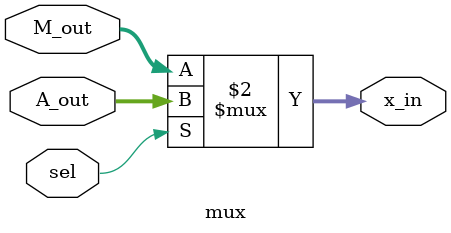
<source format=v>
`timescale 1ns / 1ps


module mux(
    input wire [15:0] A_out,M_out,
    input wire sel,
    output reg [15:0] x_in
    );
    always @(*) begin
        x_in = (sel) ? A_out : M_out;
    end
    
endmodule

</source>
